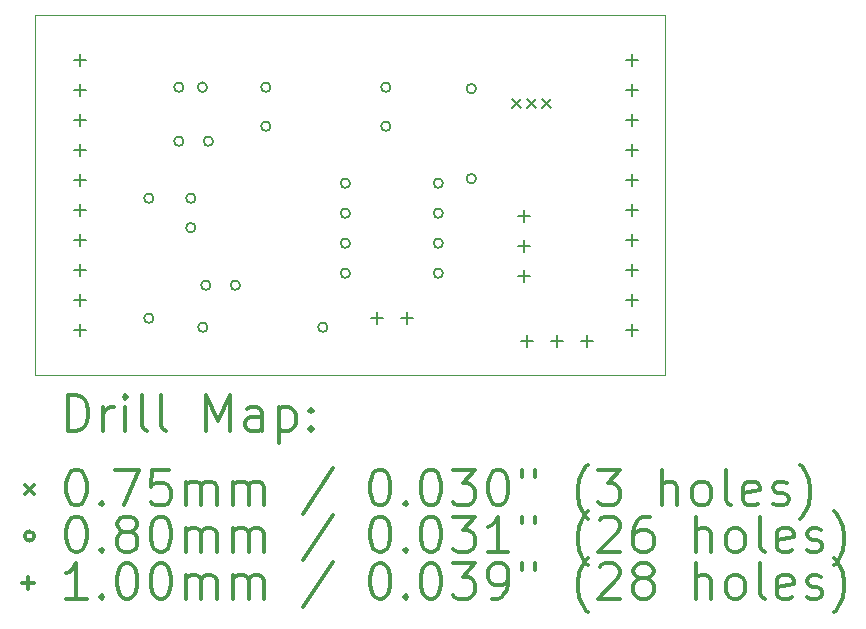
<source format=gbr>
%FSLAX45Y45*%
G04 Gerber Fmt 4.5, Leading zero omitted, Abs format (unit mm)*
G04 Created by KiCad (PCBNEW (5.1.7)-1) date 2020-12-07 21:27:42*
%MOMM*%
%LPD*%
G01*
G04 APERTURE LIST*
%TA.AperFunction,Profile*%
%ADD10C,0.100000*%
%TD*%
%ADD11C,0.200000*%
%ADD12C,0.300000*%
G04 APERTURE END LIST*
D10*
X8890000Y-4826000D02*
X3556000Y-4826000D01*
X3556000Y-4826000D02*
X3556000Y-1778000D01*
X3556000Y-1778000D02*
X8890000Y-1778000D01*
X8890000Y-1778000D02*
X8890000Y-4826000D01*
D11*
X7595200Y-2489800D02*
X7670200Y-2564800D01*
X7670200Y-2489800D02*
X7595200Y-2564800D01*
X7722200Y-2489800D02*
X7797200Y-2564800D01*
X7797200Y-2489800D02*
X7722200Y-2564800D01*
X7849200Y-2489800D02*
X7924200Y-2564800D01*
X7924200Y-2489800D02*
X7849200Y-2564800D01*
X4815200Y-2844800D02*
G75*
G03*
X4815200Y-2844800I-40000J0D01*
G01*
X5065200Y-2844800D02*
G75*
G03*
X5065200Y-2844800I-40000J0D01*
G01*
X4561200Y-3327400D02*
G75*
G03*
X4561200Y-3327400I-40000J0D01*
G01*
X4561200Y-4343400D02*
G75*
G03*
X4561200Y-4343400I-40000J0D01*
G01*
X5018400Y-4419600D02*
G75*
G03*
X5018400Y-4419600I-40000J0D01*
G01*
X6034400Y-4419600D02*
G75*
G03*
X6034400Y-4419600I-40000J0D01*
G01*
X6225100Y-3200400D02*
G75*
G03*
X6225100Y-3200400I-40000J0D01*
G01*
X6225100Y-3454400D02*
G75*
G03*
X6225100Y-3454400I-40000J0D01*
G01*
X6225100Y-3708400D02*
G75*
G03*
X6225100Y-3708400I-40000J0D01*
G01*
X6225100Y-3962400D02*
G75*
G03*
X6225100Y-3962400I-40000J0D01*
G01*
X7012100Y-3200400D02*
G75*
G03*
X7012100Y-3200400I-40000J0D01*
G01*
X7012100Y-3454400D02*
G75*
G03*
X7012100Y-3454400I-40000J0D01*
G01*
X7012100Y-3708400D02*
G75*
G03*
X7012100Y-3708400I-40000J0D01*
G01*
X7012100Y-3962400D02*
G75*
G03*
X7012100Y-3962400I-40000J0D01*
G01*
X7291700Y-2400300D02*
G75*
G03*
X7291700Y-2400300I-40000J0D01*
G01*
X7291700Y-3162300D02*
G75*
G03*
X7291700Y-3162300I-40000J0D01*
G01*
X4916800Y-3327400D02*
G75*
G03*
X4916800Y-3327400I-40000J0D01*
G01*
X4916800Y-3577400D02*
G75*
G03*
X4916800Y-3577400I-40000J0D01*
G01*
X5551800Y-2717800D02*
G75*
G03*
X5551800Y-2717800I-40000J0D01*
G01*
X6567800Y-2717800D02*
G75*
G03*
X6567800Y-2717800I-40000J0D01*
G01*
X4815200Y-2387600D02*
G75*
G03*
X4815200Y-2387600I-40000J0D01*
G01*
X5015200Y-2387600D02*
G75*
G03*
X5015200Y-2387600I-40000J0D01*
G01*
X5551800Y-2387600D02*
G75*
G03*
X5551800Y-2387600I-40000J0D01*
G01*
X6567800Y-2387600D02*
G75*
G03*
X6567800Y-2387600I-40000J0D01*
G01*
X5043800Y-4064000D02*
G75*
G03*
X5043800Y-4064000I-40000J0D01*
G01*
X5293800Y-4064000D02*
G75*
G03*
X5293800Y-4064000I-40000J0D01*
G01*
X3937000Y-2109000D02*
X3937000Y-2209000D01*
X3887000Y-2159000D02*
X3987000Y-2159000D01*
X3937000Y-2363000D02*
X3937000Y-2463000D01*
X3887000Y-2413000D02*
X3987000Y-2413000D01*
X3937000Y-2617000D02*
X3937000Y-2717000D01*
X3887000Y-2667000D02*
X3987000Y-2667000D01*
X3937000Y-2871000D02*
X3937000Y-2971000D01*
X3887000Y-2921000D02*
X3987000Y-2921000D01*
X3937000Y-3125000D02*
X3937000Y-3225000D01*
X3887000Y-3175000D02*
X3987000Y-3175000D01*
X3937000Y-3379000D02*
X3937000Y-3479000D01*
X3887000Y-3429000D02*
X3987000Y-3429000D01*
X3937000Y-3633000D02*
X3937000Y-3733000D01*
X3887000Y-3683000D02*
X3987000Y-3683000D01*
X3937000Y-3887000D02*
X3937000Y-3987000D01*
X3887000Y-3937000D02*
X3987000Y-3937000D01*
X3937000Y-4141000D02*
X3937000Y-4241000D01*
X3887000Y-4191000D02*
X3987000Y-4191000D01*
X3937000Y-4395000D02*
X3937000Y-4495000D01*
X3887000Y-4445000D02*
X3987000Y-4445000D01*
X8610600Y-2109000D02*
X8610600Y-2209000D01*
X8560600Y-2159000D02*
X8660600Y-2159000D01*
X8610600Y-2363000D02*
X8610600Y-2463000D01*
X8560600Y-2413000D02*
X8660600Y-2413000D01*
X8610600Y-2617000D02*
X8610600Y-2717000D01*
X8560600Y-2667000D02*
X8660600Y-2667000D01*
X8610600Y-2871000D02*
X8610600Y-2971000D01*
X8560600Y-2921000D02*
X8660600Y-2921000D01*
X8610600Y-3125000D02*
X8610600Y-3225000D01*
X8560600Y-3175000D02*
X8660600Y-3175000D01*
X8610600Y-3379000D02*
X8610600Y-3479000D01*
X8560600Y-3429000D02*
X8660600Y-3429000D01*
X8610600Y-3633000D02*
X8610600Y-3733000D01*
X8560600Y-3683000D02*
X8660600Y-3683000D01*
X8610600Y-3887000D02*
X8610600Y-3987000D01*
X8560600Y-3937000D02*
X8660600Y-3937000D01*
X8610600Y-4141000D02*
X8610600Y-4241000D01*
X8560600Y-4191000D02*
X8660600Y-4191000D01*
X8610600Y-4395000D02*
X8610600Y-4495000D01*
X8560600Y-4445000D02*
X8660600Y-4445000D01*
X7696200Y-3429800D02*
X7696200Y-3529800D01*
X7646200Y-3479800D02*
X7746200Y-3479800D01*
X7696200Y-3683800D02*
X7696200Y-3783800D01*
X7646200Y-3733800D02*
X7746200Y-3733800D01*
X7696200Y-3937800D02*
X7696200Y-4037800D01*
X7646200Y-3987800D02*
X7746200Y-3987800D01*
X7721600Y-4483900D02*
X7721600Y-4583900D01*
X7671600Y-4533900D02*
X7771600Y-4533900D01*
X7975600Y-4483900D02*
X7975600Y-4583900D01*
X7925600Y-4533900D02*
X8025600Y-4533900D01*
X8229600Y-4483900D02*
X8229600Y-4583900D01*
X8179600Y-4533900D02*
X8279600Y-4533900D01*
X6451600Y-4293400D02*
X6451600Y-4393400D01*
X6401600Y-4343400D02*
X6501600Y-4343400D01*
X6705600Y-4293400D02*
X6705600Y-4393400D01*
X6655600Y-4343400D02*
X6755600Y-4343400D01*
D12*
X3837428Y-5296714D02*
X3837428Y-4996714D01*
X3908857Y-4996714D01*
X3951714Y-5011000D01*
X3980286Y-5039572D01*
X3994571Y-5068143D01*
X4008857Y-5125286D01*
X4008857Y-5168143D01*
X3994571Y-5225286D01*
X3980286Y-5253857D01*
X3951714Y-5282429D01*
X3908857Y-5296714D01*
X3837428Y-5296714D01*
X4137428Y-5296714D02*
X4137428Y-5096714D01*
X4137428Y-5153857D02*
X4151714Y-5125286D01*
X4166000Y-5111000D01*
X4194571Y-5096714D01*
X4223143Y-5096714D01*
X4323143Y-5296714D02*
X4323143Y-5096714D01*
X4323143Y-4996714D02*
X4308857Y-5011000D01*
X4323143Y-5025286D01*
X4337428Y-5011000D01*
X4323143Y-4996714D01*
X4323143Y-5025286D01*
X4508857Y-5296714D02*
X4480286Y-5282429D01*
X4466000Y-5253857D01*
X4466000Y-4996714D01*
X4666000Y-5296714D02*
X4637428Y-5282429D01*
X4623143Y-5253857D01*
X4623143Y-4996714D01*
X5008857Y-5296714D02*
X5008857Y-4996714D01*
X5108857Y-5211000D01*
X5208857Y-4996714D01*
X5208857Y-5296714D01*
X5480286Y-5296714D02*
X5480286Y-5139572D01*
X5466000Y-5111000D01*
X5437428Y-5096714D01*
X5380286Y-5096714D01*
X5351714Y-5111000D01*
X5480286Y-5282429D02*
X5451714Y-5296714D01*
X5380286Y-5296714D01*
X5351714Y-5282429D01*
X5337428Y-5253857D01*
X5337428Y-5225286D01*
X5351714Y-5196714D01*
X5380286Y-5182429D01*
X5451714Y-5182429D01*
X5480286Y-5168143D01*
X5623143Y-5096714D02*
X5623143Y-5396714D01*
X5623143Y-5111000D02*
X5651714Y-5096714D01*
X5708857Y-5096714D01*
X5737428Y-5111000D01*
X5751714Y-5125286D01*
X5766000Y-5153857D01*
X5766000Y-5239572D01*
X5751714Y-5268143D01*
X5737428Y-5282429D01*
X5708857Y-5296714D01*
X5651714Y-5296714D01*
X5623143Y-5282429D01*
X5894571Y-5268143D02*
X5908857Y-5282429D01*
X5894571Y-5296714D01*
X5880286Y-5282429D01*
X5894571Y-5268143D01*
X5894571Y-5296714D01*
X5894571Y-5111000D02*
X5908857Y-5125286D01*
X5894571Y-5139572D01*
X5880286Y-5125286D01*
X5894571Y-5111000D01*
X5894571Y-5139572D01*
X3476000Y-5753500D02*
X3551000Y-5828500D01*
X3551000Y-5753500D02*
X3476000Y-5828500D01*
X3894571Y-5626714D02*
X3923143Y-5626714D01*
X3951714Y-5641000D01*
X3966000Y-5655286D01*
X3980286Y-5683857D01*
X3994571Y-5741000D01*
X3994571Y-5812429D01*
X3980286Y-5869571D01*
X3966000Y-5898143D01*
X3951714Y-5912429D01*
X3923143Y-5926714D01*
X3894571Y-5926714D01*
X3866000Y-5912429D01*
X3851714Y-5898143D01*
X3837428Y-5869571D01*
X3823143Y-5812429D01*
X3823143Y-5741000D01*
X3837428Y-5683857D01*
X3851714Y-5655286D01*
X3866000Y-5641000D01*
X3894571Y-5626714D01*
X4123143Y-5898143D02*
X4137428Y-5912429D01*
X4123143Y-5926714D01*
X4108857Y-5912429D01*
X4123143Y-5898143D01*
X4123143Y-5926714D01*
X4237428Y-5626714D02*
X4437428Y-5626714D01*
X4308857Y-5926714D01*
X4694571Y-5626714D02*
X4551714Y-5626714D01*
X4537428Y-5769571D01*
X4551714Y-5755286D01*
X4580286Y-5741000D01*
X4651714Y-5741000D01*
X4680286Y-5755286D01*
X4694571Y-5769571D01*
X4708857Y-5798143D01*
X4708857Y-5869571D01*
X4694571Y-5898143D01*
X4680286Y-5912429D01*
X4651714Y-5926714D01*
X4580286Y-5926714D01*
X4551714Y-5912429D01*
X4537428Y-5898143D01*
X4837428Y-5926714D02*
X4837428Y-5726714D01*
X4837428Y-5755286D02*
X4851714Y-5741000D01*
X4880286Y-5726714D01*
X4923143Y-5726714D01*
X4951714Y-5741000D01*
X4966000Y-5769571D01*
X4966000Y-5926714D01*
X4966000Y-5769571D02*
X4980286Y-5741000D01*
X5008857Y-5726714D01*
X5051714Y-5726714D01*
X5080286Y-5741000D01*
X5094571Y-5769571D01*
X5094571Y-5926714D01*
X5237428Y-5926714D02*
X5237428Y-5726714D01*
X5237428Y-5755286D02*
X5251714Y-5741000D01*
X5280286Y-5726714D01*
X5323143Y-5726714D01*
X5351714Y-5741000D01*
X5366000Y-5769571D01*
X5366000Y-5926714D01*
X5366000Y-5769571D02*
X5380286Y-5741000D01*
X5408857Y-5726714D01*
X5451714Y-5726714D01*
X5480286Y-5741000D01*
X5494571Y-5769571D01*
X5494571Y-5926714D01*
X6080286Y-5612429D02*
X5823143Y-5998143D01*
X6466000Y-5626714D02*
X6494571Y-5626714D01*
X6523143Y-5641000D01*
X6537428Y-5655286D01*
X6551714Y-5683857D01*
X6566000Y-5741000D01*
X6566000Y-5812429D01*
X6551714Y-5869571D01*
X6537428Y-5898143D01*
X6523143Y-5912429D01*
X6494571Y-5926714D01*
X6466000Y-5926714D01*
X6437428Y-5912429D01*
X6423143Y-5898143D01*
X6408857Y-5869571D01*
X6394571Y-5812429D01*
X6394571Y-5741000D01*
X6408857Y-5683857D01*
X6423143Y-5655286D01*
X6437428Y-5641000D01*
X6466000Y-5626714D01*
X6694571Y-5898143D02*
X6708857Y-5912429D01*
X6694571Y-5926714D01*
X6680286Y-5912429D01*
X6694571Y-5898143D01*
X6694571Y-5926714D01*
X6894571Y-5626714D02*
X6923143Y-5626714D01*
X6951714Y-5641000D01*
X6966000Y-5655286D01*
X6980286Y-5683857D01*
X6994571Y-5741000D01*
X6994571Y-5812429D01*
X6980286Y-5869571D01*
X6966000Y-5898143D01*
X6951714Y-5912429D01*
X6923143Y-5926714D01*
X6894571Y-5926714D01*
X6866000Y-5912429D01*
X6851714Y-5898143D01*
X6837428Y-5869571D01*
X6823143Y-5812429D01*
X6823143Y-5741000D01*
X6837428Y-5683857D01*
X6851714Y-5655286D01*
X6866000Y-5641000D01*
X6894571Y-5626714D01*
X7094571Y-5626714D02*
X7280286Y-5626714D01*
X7180286Y-5741000D01*
X7223143Y-5741000D01*
X7251714Y-5755286D01*
X7266000Y-5769571D01*
X7280286Y-5798143D01*
X7280286Y-5869571D01*
X7266000Y-5898143D01*
X7251714Y-5912429D01*
X7223143Y-5926714D01*
X7137428Y-5926714D01*
X7108857Y-5912429D01*
X7094571Y-5898143D01*
X7466000Y-5626714D02*
X7494571Y-5626714D01*
X7523143Y-5641000D01*
X7537428Y-5655286D01*
X7551714Y-5683857D01*
X7566000Y-5741000D01*
X7566000Y-5812429D01*
X7551714Y-5869571D01*
X7537428Y-5898143D01*
X7523143Y-5912429D01*
X7494571Y-5926714D01*
X7466000Y-5926714D01*
X7437428Y-5912429D01*
X7423143Y-5898143D01*
X7408857Y-5869571D01*
X7394571Y-5812429D01*
X7394571Y-5741000D01*
X7408857Y-5683857D01*
X7423143Y-5655286D01*
X7437428Y-5641000D01*
X7466000Y-5626714D01*
X7680286Y-5626714D02*
X7680286Y-5683857D01*
X7794571Y-5626714D02*
X7794571Y-5683857D01*
X8237428Y-6041000D02*
X8223143Y-6026714D01*
X8194571Y-5983857D01*
X8180286Y-5955286D01*
X8166000Y-5912429D01*
X8151714Y-5841000D01*
X8151714Y-5783857D01*
X8166000Y-5712429D01*
X8180286Y-5669571D01*
X8194571Y-5641000D01*
X8223143Y-5598143D01*
X8237428Y-5583857D01*
X8323143Y-5626714D02*
X8508857Y-5626714D01*
X8408857Y-5741000D01*
X8451714Y-5741000D01*
X8480286Y-5755286D01*
X8494571Y-5769571D01*
X8508857Y-5798143D01*
X8508857Y-5869571D01*
X8494571Y-5898143D01*
X8480286Y-5912429D01*
X8451714Y-5926714D01*
X8366000Y-5926714D01*
X8337428Y-5912429D01*
X8323143Y-5898143D01*
X8866000Y-5926714D02*
X8866000Y-5626714D01*
X8994571Y-5926714D02*
X8994571Y-5769571D01*
X8980286Y-5741000D01*
X8951714Y-5726714D01*
X8908857Y-5726714D01*
X8880286Y-5741000D01*
X8866000Y-5755286D01*
X9180286Y-5926714D02*
X9151714Y-5912429D01*
X9137428Y-5898143D01*
X9123143Y-5869571D01*
X9123143Y-5783857D01*
X9137428Y-5755286D01*
X9151714Y-5741000D01*
X9180286Y-5726714D01*
X9223143Y-5726714D01*
X9251714Y-5741000D01*
X9266000Y-5755286D01*
X9280286Y-5783857D01*
X9280286Y-5869571D01*
X9266000Y-5898143D01*
X9251714Y-5912429D01*
X9223143Y-5926714D01*
X9180286Y-5926714D01*
X9451714Y-5926714D02*
X9423143Y-5912429D01*
X9408857Y-5883857D01*
X9408857Y-5626714D01*
X9680286Y-5912429D02*
X9651714Y-5926714D01*
X9594571Y-5926714D01*
X9566000Y-5912429D01*
X9551714Y-5883857D01*
X9551714Y-5769571D01*
X9566000Y-5741000D01*
X9594571Y-5726714D01*
X9651714Y-5726714D01*
X9680286Y-5741000D01*
X9694571Y-5769571D01*
X9694571Y-5798143D01*
X9551714Y-5826714D01*
X9808857Y-5912429D02*
X9837428Y-5926714D01*
X9894571Y-5926714D01*
X9923143Y-5912429D01*
X9937428Y-5883857D01*
X9937428Y-5869571D01*
X9923143Y-5841000D01*
X9894571Y-5826714D01*
X9851714Y-5826714D01*
X9823143Y-5812429D01*
X9808857Y-5783857D01*
X9808857Y-5769571D01*
X9823143Y-5741000D01*
X9851714Y-5726714D01*
X9894571Y-5726714D01*
X9923143Y-5741000D01*
X10037428Y-6041000D02*
X10051714Y-6026714D01*
X10080286Y-5983857D01*
X10094571Y-5955286D01*
X10108857Y-5912429D01*
X10123143Y-5841000D01*
X10123143Y-5783857D01*
X10108857Y-5712429D01*
X10094571Y-5669571D01*
X10080286Y-5641000D01*
X10051714Y-5598143D01*
X10037428Y-5583857D01*
X3551000Y-6187000D02*
G75*
G03*
X3551000Y-6187000I-40000J0D01*
G01*
X3894571Y-6022714D02*
X3923143Y-6022714D01*
X3951714Y-6037000D01*
X3966000Y-6051286D01*
X3980286Y-6079857D01*
X3994571Y-6137000D01*
X3994571Y-6208429D01*
X3980286Y-6265571D01*
X3966000Y-6294143D01*
X3951714Y-6308429D01*
X3923143Y-6322714D01*
X3894571Y-6322714D01*
X3866000Y-6308429D01*
X3851714Y-6294143D01*
X3837428Y-6265571D01*
X3823143Y-6208429D01*
X3823143Y-6137000D01*
X3837428Y-6079857D01*
X3851714Y-6051286D01*
X3866000Y-6037000D01*
X3894571Y-6022714D01*
X4123143Y-6294143D02*
X4137428Y-6308429D01*
X4123143Y-6322714D01*
X4108857Y-6308429D01*
X4123143Y-6294143D01*
X4123143Y-6322714D01*
X4308857Y-6151286D02*
X4280286Y-6137000D01*
X4266000Y-6122714D01*
X4251714Y-6094143D01*
X4251714Y-6079857D01*
X4266000Y-6051286D01*
X4280286Y-6037000D01*
X4308857Y-6022714D01*
X4366000Y-6022714D01*
X4394571Y-6037000D01*
X4408857Y-6051286D01*
X4423143Y-6079857D01*
X4423143Y-6094143D01*
X4408857Y-6122714D01*
X4394571Y-6137000D01*
X4366000Y-6151286D01*
X4308857Y-6151286D01*
X4280286Y-6165571D01*
X4266000Y-6179857D01*
X4251714Y-6208429D01*
X4251714Y-6265571D01*
X4266000Y-6294143D01*
X4280286Y-6308429D01*
X4308857Y-6322714D01*
X4366000Y-6322714D01*
X4394571Y-6308429D01*
X4408857Y-6294143D01*
X4423143Y-6265571D01*
X4423143Y-6208429D01*
X4408857Y-6179857D01*
X4394571Y-6165571D01*
X4366000Y-6151286D01*
X4608857Y-6022714D02*
X4637428Y-6022714D01*
X4666000Y-6037000D01*
X4680286Y-6051286D01*
X4694571Y-6079857D01*
X4708857Y-6137000D01*
X4708857Y-6208429D01*
X4694571Y-6265571D01*
X4680286Y-6294143D01*
X4666000Y-6308429D01*
X4637428Y-6322714D01*
X4608857Y-6322714D01*
X4580286Y-6308429D01*
X4566000Y-6294143D01*
X4551714Y-6265571D01*
X4537428Y-6208429D01*
X4537428Y-6137000D01*
X4551714Y-6079857D01*
X4566000Y-6051286D01*
X4580286Y-6037000D01*
X4608857Y-6022714D01*
X4837428Y-6322714D02*
X4837428Y-6122714D01*
X4837428Y-6151286D02*
X4851714Y-6137000D01*
X4880286Y-6122714D01*
X4923143Y-6122714D01*
X4951714Y-6137000D01*
X4966000Y-6165571D01*
X4966000Y-6322714D01*
X4966000Y-6165571D02*
X4980286Y-6137000D01*
X5008857Y-6122714D01*
X5051714Y-6122714D01*
X5080286Y-6137000D01*
X5094571Y-6165571D01*
X5094571Y-6322714D01*
X5237428Y-6322714D02*
X5237428Y-6122714D01*
X5237428Y-6151286D02*
X5251714Y-6137000D01*
X5280286Y-6122714D01*
X5323143Y-6122714D01*
X5351714Y-6137000D01*
X5366000Y-6165571D01*
X5366000Y-6322714D01*
X5366000Y-6165571D02*
X5380286Y-6137000D01*
X5408857Y-6122714D01*
X5451714Y-6122714D01*
X5480286Y-6137000D01*
X5494571Y-6165571D01*
X5494571Y-6322714D01*
X6080286Y-6008429D02*
X5823143Y-6394143D01*
X6466000Y-6022714D02*
X6494571Y-6022714D01*
X6523143Y-6037000D01*
X6537428Y-6051286D01*
X6551714Y-6079857D01*
X6566000Y-6137000D01*
X6566000Y-6208429D01*
X6551714Y-6265571D01*
X6537428Y-6294143D01*
X6523143Y-6308429D01*
X6494571Y-6322714D01*
X6466000Y-6322714D01*
X6437428Y-6308429D01*
X6423143Y-6294143D01*
X6408857Y-6265571D01*
X6394571Y-6208429D01*
X6394571Y-6137000D01*
X6408857Y-6079857D01*
X6423143Y-6051286D01*
X6437428Y-6037000D01*
X6466000Y-6022714D01*
X6694571Y-6294143D02*
X6708857Y-6308429D01*
X6694571Y-6322714D01*
X6680286Y-6308429D01*
X6694571Y-6294143D01*
X6694571Y-6322714D01*
X6894571Y-6022714D02*
X6923143Y-6022714D01*
X6951714Y-6037000D01*
X6966000Y-6051286D01*
X6980286Y-6079857D01*
X6994571Y-6137000D01*
X6994571Y-6208429D01*
X6980286Y-6265571D01*
X6966000Y-6294143D01*
X6951714Y-6308429D01*
X6923143Y-6322714D01*
X6894571Y-6322714D01*
X6866000Y-6308429D01*
X6851714Y-6294143D01*
X6837428Y-6265571D01*
X6823143Y-6208429D01*
X6823143Y-6137000D01*
X6837428Y-6079857D01*
X6851714Y-6051286D01*
X6866000Y-6037000D01*
X6894571Y-6022714D01*
X7094571Y-6022714D02*
X7280286Y-6022714D01*
X7180286Y-6137000D01*
X7223143Y-6137000D01*
X7251714Y-6151286D01*
X7266000Y-6165571D01*
X7280286Y-6194143D01*
X7280286Y-6265571D01*
X7266000Y-6294143D01*
X7251714Y-6308429D01*
X7223143Y-6322714D01*
X7137428Y-6322714D01*
X7108857Y-6308429D01*
X7094571Y-6294143D01*
X7566000Y-6322714D02*
X7394571Y-6322714D01*
X7480286Y-6322714D02*
X7480286Y-6022714D01*
X7451714Y-6065571D01*
X7423143Y-6094143D01*
X7394571Y-6108429D01*
X7680286Y-6022714D02*
X7680286Y-6079857D01*
X7794571Y-6022714D02*
X7794571Y-6079857D01*
X8237428Y-6437000D02*
X8223143Y-6422714D01*
X8194571Y-6379857D01*
X8180286Y-6351286D01*
X8166000Y-6308429D01*
X8151714Y-6237000D01*
X8151714Y-6179857D01*
X8166000Y-6108429D01*
X8180286Y-6065571D01*
X8194571Y-6037000D01*
X8223143Y-5994143D01*
X8237428Y-5979857D01*
X8337428Y-6051286D02*
X8351714Y-6037000D01*
X8380286Y-6022714D01*
X8451714Y-6022714D01*
X8480286Y-6037000D01*
X8494571Y-6051286D01*
X8508857Y-6079857D01*
X8508857Y-6108429D01*
X8494571Y-6151286D01*
X8323143Y-6322714D01*
X8508857Y-6322714D01*
X8766000Y-6022714D02*
X8708857Y-6022714D01*
X8680286Y-6037000D01*
X8666000Y-6051286D01*
X8637428Y-6094143D01*
X8623143Y-6151286D01*
X8623143Y-6265571D01*
X8637428Y-6294143D01*
X8651714Y-6308429D01*
X8680286Y-6322714D01*
X8737428Y-6322714D01*
X8766000Y-6308429D01*
X8780286Y-6294143D01*
X8794571Y-6265571D01*
X8794571Y-6194143D01*
X8780286Y-6165571D01*
X8766000Y-6151286D01*
X8737428Y-6137000D01*
X8680286Y-6137000D01*
X8651714Y-6151286D01*
X8637428Y-6165571D01*
X8623143Y-6194143D01*
X9151714Y-6322714D02*
X9151714Y-6022714D01*
X9280286Y-6322714D02*
X9280286Y-6165571D01*
X9266000Y-6137000D01*
X9237428Y-6122714D01*
X9194571Y-6122714D01*
X9166000Y-6137000D01*
X9151714Y-6151286D01*
X9466000Y-6322714D02*
X9437428Y-6308429D01*
X9423143Y-6294143D01*
X9408857Y-6265571D01*
X9408857Y-6179857D01*
X9423143Y-6151286D01*
X9437428Y-6137000D01*
X9466000Y-6122714D01*
X9508857Y-6122714D01*
X9537428Y-6137000D01*
X9551714Y-6151286D01*
X9566000Y-6179857D01*
X9566000Y-6265571D01*
X9551714Y-6294143D01*
X9537428Y-6308429D01*
X9508857Y-6322714D01*
X9466000Y-6322714D01*
X9737428Y-6322714D02*
X9708857Y-6308429D01*
X9694571Y-6279857D01*
X9694571Y-6022714D01*
X9966000Y-6308429D02*
X9937428Y-6322714D01*
X9880286Y-6322714D01*
X9851714Y-6308429D01*
X9837428Y-6279857D01*
X9837428Y-6165571D01*
X9851714Y-6137000D01*
X9880286Y-6122714D01*
X9937428Y-6122714D01*
X9966000Y-6137000D01*
X9980286Y-6165571D01*
X9980286Y-6194143D01*
X9837428Y-6222714D01*
X10094571Y-6308429D02*
X10123143Y-6322714D01*
X10180286Y-6322714D01*
X10208857Y-6308429D01*
X10223143Y-6279857D01*
X10223143Y-6265571D01*
X10208857Y-6237000D01*
X10180286Y-6222714D01*
X10137428Y-6222714D01*
X10108857Y-6208429D01*
X10094571Y-6179857D01*
X10094571Y-6165571D01*
X10108857Y-6137000D01*
X10137428Y-6122714D01*
X10180286Y-6122714D01*
X10208857Y-6137000D01*
X10323143Y-6437000D02*
X10337428Y-6422714D01*
X10366000Y-6379857D01*
X10380286Y-6351286D01*
X10394571Y-6308429D01*
X10408857Y-6237000D01*
X10408857Y-6179857D01*
X10394571Y-6108429D01*
X10380286Y-6065571D01*
X10366000Y-6037000D01*
X10337428Y-5994143D01*
X10323143Y-5979857D01*
X3501000Y-6533000D02*
X3501000Y-6633000D01*
X3451000Y-6583000D02*
X3551000Y-6583000D01*
X3994571Y-6718714D02*
X3823143Y-6718714D01*
X3908857Y-6718714D02*
X3908857Y-6418714D01*
X3880286Y-6461571D01*
X3851714Y-6490143D01*
X3823143Y-6504429D01*
X4123143Y-6690143D02*
X4137428Y-6704429D01*
X4123143Y-6718714D01*
X4108857Y-6704429D01*
X4123143Y-6690143D01*
X4123143Y-6718714D01*
X4323143Y-6418714D02*
X4351714Y-6418714D01*
X4380286Y-6433000D01*
X4394571Y-6447286D01*
X4408857Y-6475857D01*
X4423143Y-6533000D01*
X4423143Y-6604429D01*
X4408857Y-6661571D01*
X4394571Y-6690143D01*
X4380286Y-6704429D01*
X4351714Y-6718714D01*
X4323143Y-6718714D01*
X4294571Y-6704429D01*
X4280286Y-6690143D01*
X4266000Y-6661571D01*
X4251714Y-6604429D01*
X4251714Y-6533000D01*
X4266000Y-6475857D01*
X4280286Y-6447286D01*
X4294571Y-6433000D01*
X4323143Y-6418714D01*
X4608857Y-6418714D02*
X4637428Y-6418714D01*
X4666000Y-6433000D01*
X4680286Y-6447286D01*
X4694571Y-6475857D01*
X4708857Y-6533000D01*
X4708857Y-6604429D01*
X4694571Y-6661571D01*
X4680286Y-6690143D01*
X4666000Y-6704429D01*
X4637428Y-6718714D01*
X4608857Y-6718714D01*
X4580286Y-6704429D01*
X4566000Y-6690143D01*
X4551714Y-6661571D01*
X4537428Y-6604429D01*
X4537428Y-6533000D01*
X4551714Y-6475857D01*
X4566000Y-6447286D01*
X4580286Y-6433000D01*
X4608857Y-6418714D01*
X4837428Y-6718714D02*
X4837428Y-6518714D01*
X4837428Y-6547286D02*
X4851714Y-6533000D01*
X4880286Y-6518714D01*
X4923143Y-6518714D01*
X4951714Y-6533000D01*
X4966000Y-6561571D01*
X4966000Y-6718714D01*
X4966000Y-6561571D02*
X4980286Y-6533000D01*
X5008857Y-6518714D01*
X5051714Y-6518714D01*
X5080286Y-6533000D01*
X5094571Y-6561571D01*
X5094571Y-6718714D01*
X5237428Y-6718714D02*
X5237428Y-6518714D01*
X5237428Y-6547286D02*
X5251714Y-6533000D01*
X5280286Y-6518714D01*
X5323143Y-6518714D01*
X5351714Y-6533000D01*
X5366000Y-6561571D01*
X5366000Y-6718714D01*
X5366000Y-6561571D02*
X5380286Y-6533000D01*
X5408857Y-6518714D01*
X5451714Y-6518714D01*
X5480286Y-6533000D01*
X5494571Y-6561571D01*
X5494571Y-6718714D01*
X6080286Y-6404429D02*
X5823143Y-6790143D01*
X6466000Y-6418714D02*
X6494571Y-6418714D01*
X6523143Y-6433000D01*
X6537428Y-6447286D01*
X6551714Y-6475857D01*
X6566000Y-6533000D01*
X6566000Y-6604429D01*
X6551714Y-6661571D01*
X6537428Y-6690143D01*
X6523143Y-6704429D01*
X6494571Y-6718714D01*
X6466000Y-6718714D01*
X6437428Y-6704429D01*
X6423143Y-6690143D01*
X6408857Y-6661571D01*
X6394571Y-6604429D01*
X6394571Y-6533000D01*
X6408857Y-6475857D01*
X6423143Y-6447286D01*
X6437428Y-6433000D01*
X6466000Y-6418714D01*
X6694571Y-6690143D02*
X6708857Y-6704429D01*
X6694571Y-6718714D01*
X6680286Y-6704429D01*
X6694571Y-6690143D01*
X6694571Y-6718714D01*
X6894571Y-6418714D02*
X6923143Y-6418714D01*
X6951714Y-6433000D01*
X6966000Y-6447286D01*
X6980286Y-6475857D01*
X6994571Y-6533000D01*
X6994571Y-6604429D01*
X6980286Y-6661571D01*
X6966000Y-6690143D01*
X6951714Y-6704429D01*
X6923143Y-6718714D01*
X6894571Y-6718714D01*
X6866000Y-6704429D01*
X6851714Y-6690143D01*
X6837428Y-6661571D01*
X6823143Y-6604429D01*
X6823143Y-6533000D01*
X6837428Y-6475857D01*
X6851714Y-6447286D01*
X6866000Y-6433000D01*
X6894571Y-6418714D01*
X7094571Y-6418714D02*
X7280286Y-6418714D01*
X7180286Y-6533000D01*
X7223143Y-6533000D01*
X7251714Y-6547286D01*
X7266000Y-6561571D01*
X7280286Y-6590143D01*
X7280286Y-6661571D01*
X7266000Y-6690143D01*
X7251714Y-6704429D01*
X7223143Y-6718714D01*
X7137428Y-6718714D01*
X7108857Y-6704429D01*
X7094571Y-6690143D01*
X7423143Y-6718714D02*
X7480286Y-6718714D01*
X7508857Y-6704429D01*
X7523143Y-6690143D01*
X7551714Y-6647286D01*
X7566000Y-6590143D01*
X7566000Y-6475857D01*
X7551714Y-6447286D01*
X7537428Y-6433000D01*
X7508857Y-6418714D01*
X7451714Y-6418714D01*
X7423143Y-6433000D01*
X7408857Y-6447286D01*
X7394571Y-6475857D01*
X7394571Y-6547286D01*
X7408857Y-6575857D01*
X7423143Y-6590143D01*
X7451714Y-6604429D01*
X7508857Y-6604429D01*
X7537428Y-6590143D01*
X7551714Y-6575857D01*
X7566000Y-6547286D01*
X7680286Y-6418714D02*
X7680286Y-6475857D01*
X7794571Y-6418714D02*
X7794571Y-6475857D01*
X8237428Y-6833000D02*
X8223143Y-6818714D01*
X8194571Y-6775857D01*
X8180286Y-6747286D01*
X8166000Y-6704429D01*
X8151714Y-6633000D01*
X8151714Y-6575857D01*
X8166000Y-6504429D01*
X8180286Y-6461571D01*
X8194571Y-6433000D01*
X8223143Y-6390143D01*
X8237428Y-6375857D01*
X8337428Y-6447286D02*
X8351714Y-6433000D01*
X8380286Y-6418714D01*
X8451714Y-6418714D01*
X8480286Y-6433000D01*
X8494571Y-6447286D01*
X8508857Y-6475857D01*
X8508857Y-6504429D01*
X8494571Y-6547286D01*
X8323143Y-6718714D01*
X8508857Y-6718714D01*
X8680286Y-6547286D02*
X8651714Y-6533000D01*
X8637428Y-6518714D01*
X8623143Y-6490143D01*
X8623143Y-6475857D01*
X8637428Y-6447286D01*
X8651714Y-6433000D01*
X8680286Y-6418714D01*
X8737428Y-6418714D01*
X8766000Y-6433000D01*
X8780286Y-6447286D01*
X8794571Y-6475857D01*
X8794571Y-6490143D01*
X8780286Y-6518714D01*
X8766000Y-6533000D01*
X8737428Y-6547286D01*
X8680286Y-6547286D01*
X8651714Y-6561571D01*
X8637428Y-6575857D01*
X8623143Y-6604429D01*
X8623143Y-6661571D01*
X8637428Y-6690143D01*
X8651714Y-6704429D01*
X8680286Y-6718714D01*
X8737428Y-6718714D01*
X8766000Y-6704429D01*
X8780286Y-6690143D01*
X8794571Y-6661571D01*
X8794571Y-6604429D01*
X8780286Y-6575857D01*
X8766000Y-6561571D01*
X8737428Y-6547286D01*
X9151714Y-6718714D02*
X9151714Y-6418714D01*
X9280286Y-6718714D02*
X9280286Y-6561571D01*
X9266000Y-6533000D01*
X9237428Y-6518714D01*
X9194571Y-6518714D01*
X9166000Y-6533000D01*
X9151714Y-6547286D01*
X9466000Y-6718714D02*
X9437428Y-6704429D01*
X9423143Y-6690143D01*
X9408857Y-6661571D01*
X9408857Y-6575857D01*
X9423143Y-6547286D01*
X9437428Y-6533000D01*
X9466000Y-6518714D01*
X9508857Y-6518714D01*
X9537428Y-6533000D01*
X9551714Y-6547286D01*
X9566000Y-6575857D01*
X9566000Y-6661571D01*
X9551714Y-6690143D01*
X9537428Y-6704429D01*
X9508857Y-6718714D01*
X9466000Y-6718714D01*
X9737428Y-6718714D02*
X9708857Y-6704429D01*
X9694571Y-6675857D01*
X9694571Y-6418714D01*
X9966000Y-6704429D02*
X9937428Y-6718714D01*
X9880286Y-6718714D01*
X9851714Y-6704429D01*
X9837428Y-6675857D01*
X9837428Y-6561571D01*
X9851714Y-6533000D01*
X9880286Y-6518714D01*
X9937428Y-6518714D01*
X9966000Y-6533000D01*
X9980286Y-6561571D01*
X9980286Y-6590143D01*
X9837428Y-6618714D01*
X10094571Y-6704429D02*
X10123143Y-6718714D01*
X10180286Y-6718714D01*
X10208857Y-6704429D01*
X10223143Y-6675857D01*
X10223143Y-6661571D01*
X10208857Y-6633000D01*
X10180286Y-6618714D01*
X10137428Y-6618714D01*
X10108857Y-6604429D01*
X10094571Y-6575857D01*
X10094571Y-6561571D01*
X10108857Y-6533000D01*
X10137428Y-6518714D01*
X10180286Y-6518714D01*
X10208857Y-6533000D01*
X10323143Y-6833000D02*
X10337428Y-6818714D01*
X10366000Y-6775857D01*
X10380286Y-6747286D01*
X10394571Y-6704429D01*
X10408857Y-6633000D01*
X10408857Y-6575857D01*
X10394571Y-6504429D01*
X10380286Y-6461571D01*
X10366000Y-6433000D01*
X10337428Y-6390143D01*
X10323143Y-6375857D01*
M02*

</source>
